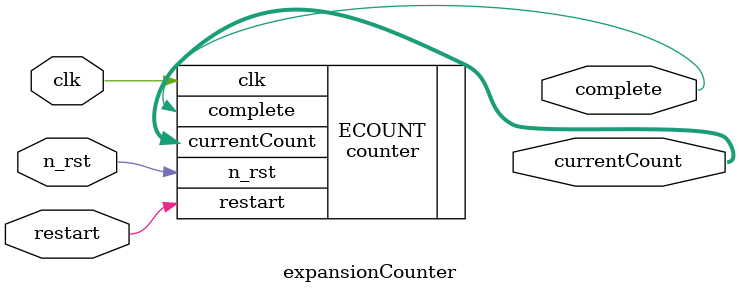
<source format=sv>
module expansionCounter
(
	input wire clk,
	input wire n_rst,
	input wire restart,
	output wire complete,
	output reg [6:0] currentCount
);

counter #(16, 64) ECOUNT (
	.clk(clk),
	.n_rst(n_rst),
	.restart(restart),
	.complete(complete),
	.currentCount(currentCount)
);

endmodule

</source>
